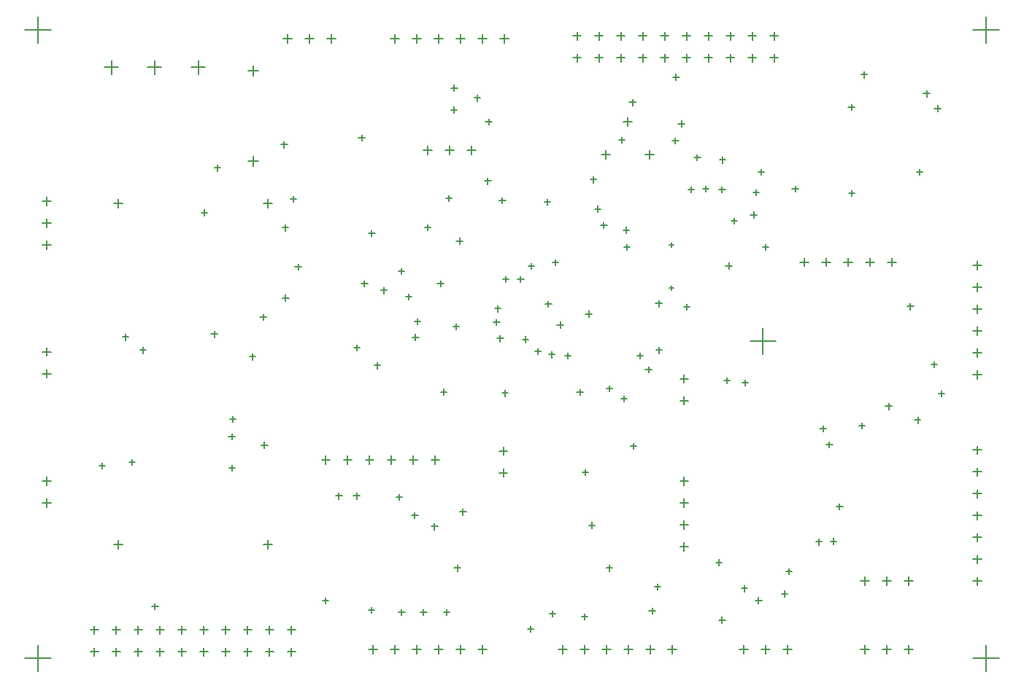
<source format=gbr>
G04 Layer_Color=128*
%FSLAX23Y23*%
%MOIN*%
%TF.FileFunction,Drillmap*%
%TF.Part,Single*%
G01*
G75*
%ADD93C,0.005*%
D93*
X4547Y1575D02*
X4587D01*
X4567Y1555D02*
Y1594D01*
X4447Y1575D02*
X4487D01*
X4467Y1555D02*
Y1594D01*
X4347Y1575D02*
X4387D01*
X4367Y1555D02*
Y1594D01*
X1683Y1664D02*
X1718D01*
X1700Y1646D02*
Y1682D01*
X1683Y1564D02*
X1718D01*
X1700Y1546D02*
Y1582D01*
X1783Y1664D02*
X1818D01*
X1800Y1646D02*
Y1682D01*
X1783Y1564D02*
X1818D01*
X1800Y1546D02*
Y1582D01*
X2283Y1664D02*
X2318D01*
X2300Y1646D02*
Y1682D01*
X2283Y1564D02*
X2318D01*
X2300Y1546D02*
Y1582D01*
X2183Y1664D02*
X2218D01*
X2200Y1646D02*
Y1682D01*
X2183Y1564D02*
X2218D01*
X2200Y1546D02*
Y1582D01*
X2083Y1664D02*
X2118D01*
X2100Y1646D02*
Y1682D01*
X2083Y1564D02*
X2118D01*
X2100Y1546D02*
Y1582D01*
X1983Y1664D02*
X2018D01*
X2000Y1646D02*
Y1682D01*
X1983Y1564D02*
X2018D01*
X2000Y1546D02*
Y1582D01*
X1883Y1664D02*
X1918D01*
X1900Y1646D02*
Y1682D01*
X1883Y1564D02*
X1918D01*
X1900Y1546D02*
Y1582D01*
X1583Y1564D02*
X1618D01*
X1600Y1546D02*
Y1582D01*
X1583Y1664D02*
X1618D01*
X1600Y1646D02*
Y1682D01*
X1483Y1564D02*
X1518D01*
X1500Y1546D02*
Y1582D01*
X1483Y1664D02*
X1518D01*
X1500Y1646D02*
Y1682D01*
X1383Y1564D02*
X1418D01*
X1400Y1546D02*
Y1582D01*
X1383Y1664D02*
X1418D01*
X1400Y1646D02*
Y1682D01*
X4395Y2985D02*
X4513D01*
X4454Y2926D02*
Y3044D01*
X5413Y4409D02*
X5531D01*
X5472Y4350D02*
Y4469D01*
X5413Y1535D02*
X5531D01*
X5472Y1476D02*
Y1594D01*
X1083Y1535D02*
X1201D01*
X1142Y1476D02*
Y1594D01*
X1083Y4409D02*
X1201D01*
X1142Y4350D02*
Y4469D01*
X2102Y3810D02*
X2150D01*
X2126Y3786D02*
Y3833D01*
X2102Y4222D02*
X2150D01*
X2126Y4198D02*
Y4245D01*
X1161Y2246D02*
X1201D01*
X1181Y2226D02*
Y2265D01*
X1161Y2346D02*
X1201D01*
X1181Y2326D02*
Y2365D01*
X1161Y2836D02*
X1201D01*
X1181Y2817D02*
Y2856D01*
X1161Y2936D02*
X1201D01*
X1181Y2917D02*
Y2956D01*
X1161Y3425D02*
X1201D01*
X1181Y3406D02*
Y3445D01*
X1161Y3525D02*
X1201D01*
X1181Y3506D02*
Y3545D01*
X1161Y3625D02*
X1201D01*
X1181Y3606D02*
Y3645D01*
X2171Y3615D02*
X2211D01*
X2191Y3595D02*
Y3635D01*
X1490Y3615D02*
X1530D01*
X1510Y3595D02*
Y3635D01*
X2171Y2054D02*
X2211D01*
X2191Y2034D02*
Y2074D01*
X1490Y2054D02*
X1530D01*
X1510Y2034D02*
Y2074D01*
X2901Y3860D02*
X2941D01*
X2921Y3840D02*
Y3880D01*
X3001Y3860D02*
X3041D01*
X3021Y3840D02*
Y3880D01*
X3101Y3860D02*
X3141D01*
X3121Y3840D02*
Y3880D01*
X3520Y1575D02*
X3560D01*
X3540Y1555D02*
Y1594D01*
X3620Y1575D02*
X3660D01*
X3640Y1555D02*
Y1594D01*
X3720Y1575D02*
X3760D01*
X3740Y1555D02*
Y1594D01*
X3820Y1575D02*
X3860D01*
X3840Y1555D02*
Y1594D01*
X3920Y1575D02*
X3960D01*
X3940Y1555D02*
Y1594D01*
X4020Y1575D02*
X4060D01*
X4040Y1555D02*
Y1594D01*
X2654Y1575D02*
X2694D01*
X2674Y1555D02*
Y1594D01*
X2754Y1575D02*
X2794D01*
X2774Y1555D02*
Y1594D01*
X2854Y1575D02*
X2894D01*
X2874Y1555D02*
Y1594D01*
X2954Y1575D02*
X2994D01*
X2974Y1555D02*
Y1594D01*
X3054Y1575D02*
X3094D01*
X3074Y1555D02*
Y1594D01*
X3154Y1575D02*
X3194D01*
X3174Y1555D02*
Y1594D01*
X4623Y3346D02*
X4662D01*
X4643Y3327D02*
Y3366D01*
X4723Y3346D02*
X4762D01*
X4743Y3327D02*
Y3366D01*
X4823Y3346D02*
X4862D01*
X4843Y3327D02*
Y3366D01*
X4923Y3346D02*
X4962D01*
X4943Y3327D02*
Y3366D01*
X5023Y3346D02*
X5062D01*
X5043Y3327D02*
Y3366D01*
X5413Y2831D02*
X5453D01*
X5433Y2812D02*
Y2851D01*
X5413Y2931D02*
X5453D01*
X5433Y2912D02*
Y2951D01*
X5413Y3031D02*
X5453D01*
X5433Y3012D02*
Y3051D01*
X5413Y3131D02*
X5453D01*
X5433Y3112D02*
Y3151D01*
X5413Y3231D02*
X5453D01*
X5433Y3212D02*
Y3251D01*
X5413Y3331D02*
X5453D01*
X5433Y3312D02*
Y3351D01*
X5413Y2387D02*
X5453D01*
X5433Y2367D02*
Y2406D01*
X5413Y2287D02*
X5453D01*
X5433Y2267D02*
Y2306D01*
X5413Y2187D02*
X5453D01*
X5433Y2167D02*
Y2206D01*
X5413Y2087D02*
X5453D01*
X5433Y2067D02*
Y2106D01*
X5413Y1987D02*
X5453D01*
X5433Y1967D02*
Y2006D01*
X5413Y1887D02*
X5453D01*
X5433Y1867D02*
Y1906D01*
X5413Y2487D02*
X5453D01*
X5433Y2467D02*
Y2506D01*
X4187Y4281D02*
X4223D01*
X4205Y4263D02*
Y4298D01*
X4187Y4381D02*
X4223D01*
X4205Y4363D02*
Y4398D01*
X4087Y4281D02*
X4123D01*
X4105Y4263D02*
Y4298D01*
X4087Y4381D02*
X4123D01*
X4105Y4363D02*
Y4398D01*
X3587Y4281D02*
X3623D01*
X3605Y4263D02*
Y4298D01*
X3587Y4381D02*
X3623D01*
X3605Y4363D02*
Y4398D01*
X3687Y4281D02*
X3723D01*
X3705Y4263D02*
Y4298D01*
X3687Y4381D02*
X3723D01*
X3705Y4363D02*
Y4398D01*
X3787Y4281D02*
X3823D01*
X3805Y4263D02*
Y4298D01*
X3787Y4381D02*
X3823D01*
X3805Y4363D02*
Y4398D01*
X3887Y4281D02*
X3923D01*
X3905Y4263D02*
Y4298D01*
X3887Y4381D02*
X3923D01*
X3905Y4363D02*
Y4398D01*
X3987Y4281D02*
X4023D01*
X4005Y4263D02*
Y4298D01*
X3987Y4381D02*
X4023D01*
X4005Y4363D02*
Y4398D01*
X4287Y4381D02*
X4323D01*
X4305Y4363D02*
Y4398D01*
X4287Y4281D02*
X4323D01*
X4305Y4263D02*
Y4298D01*
X4387Y4381D02*
X4423D01*
X4405Y4363D02*
Y4398D01*
X4387Y4281D02*
X4423D01*
X4405Y4263D02*
Y4298D01*
X4487Y4381D02*
X4523D01*
X4505Y4363D02*
Y4398D01*
X4487Y4281D02*
X4523D01*
X4505Y4263D02*
Y4298D01*
X3717Y3837D02*
X3756D01*
X3737Y3818D02*
Y3857D01*
X3817Y3987D02*
X3856D01*
X3837Y3968D02*
Y4007D01*
X3917Y3837D02*
X3956D01*
X3937Y3818D02*
Y3857D01*
X3251Y4370D02*
X3291D01*
X3271Y4350D02*
Y4390D01*
X3151Y4370D02*
X3191D01*
X3171Y4350D02*
Y4390D01*
X3051Y4370D02*
X3091D01*
X3071Y4350D02*
Y4390D01*
X2951Y4370D02*
X2991D01*
X2971Y4350D02*
Y4390D01*
X2851Y4370D02*
X2891D01*
X2871Y4350D02*
Y4390D01*
X2751Y4370D02*
X2791D01*
X2771Y4350D02*
Y4390D01*
X2264Y4370D02*
X2303D01*
X2283Y4350D02*
Y4390D01*
X2364Y4370D02*
X2403D01*
X2383Y4350D02*
Y4390D01*
X2464Y4370D02*
X2503D01*
X2483Y4350D02*
Y4390D01*
X1644Y4238D02*
X1707D01*
X1675Y4206D02*
Y4269D01*
X1844Y4238D02*
X1907D01*
X1875Y4206D02*
Y4269D01*
X1447Y4238D02*
X1510D01*
X1478Y4206D02*
Y4269D01*
X3248Y2383D02*
X3287D01*
X3268Y2364D02*
Y2403D01*
X3248Y2483D02*
X3287D01*
X3268Y2464D02*
Y2503D01*
X4026Y3228D02*
X4045D01*
X4035Y3219D02*
Y3238D01*
X4026Y3425D02*
X4045D01*
X4035Y3415D02*
Y3435D01*
X2438Y2441D02*
X2477D01*
X2457Y2421D02*
Y2461D01*
X2538Y2441D02*
X2577D01*
X2557Y2421D02*
Y2461D01*
X2638Y2441D02*
X2677D01*
X2657Y2421D02*
Y2461D01*
X2738Y2441D02*
X2777D01*
X2757Y2421D02*
Y2461D01*
X2838Y2441D02*
X2877D01*
X2857Y2421D02*
Y2461D01*
X2938Y2441D02*
X2977D01*
X2957Y2421D02*
Y2461D01*
X4075Y2813D02*
X4114D01*
X4094Y2794D02*
Y2833D01*
X4075Y2713D02*
X4114D01*
X4094Y2694D02*
Y2733D01*
X4075Y2044D02*
X4114D01*
X4094Y2024D02*
Y2064D01*
X4075Y2144D02*
X4114D01*
X4094Y2124D02*
Y2164D01*
X4075Y2244D02*
X4114D01*
X4094Y2224D02*
Y2264D01*
X4075Y2344D02*
X4114D01*
X4094Y2324D02*
Y2364D01*
X5098Y1575D02*
X5138D01*
X5118Y1555D02*
Y1594D01*
X4998Y1575D02*
X5038D01*
X5018Y1555D02*
Y1594D01*
X4898Y1575D02*
X4938D01*
X4918Y1555D02*
Y1594D01*
X5098Y1890D02*
X5138D01*
X5118Y1870D02*
Y1909D01*
X4998Y1890D02*
X5038D01*
X5018Y1870D02*
Y1909D01*
X4898Y1890D02*
X4938D01*
X4918Y1870D02*
Y1909D01*
X3262Y2747D02*
X3290D01*
X3276Y2733D02*
Y2761D01*
X4284Y3330D02*
X4312D01*
X4298Y3316D02*
Y3344D01*
X3848Y2506D02*
X3876D01*
X3862Y2492D02*
Y2520D01*
X2996Y1746D02*
X3024D01*
X3010Y1732D02*
Y1760D01*
X3229Y3134D02*
X3257D01*
X3243Y3120D02*
Y3148D01*
X4431Y3759D02*
X4459D01*
X4445Y3745D02*
Y3773D01*
X2586Y2956D02*
X2614D01*
X2600Y2942D02*
Y2970D01*
X1528Y3004D02*
X1556D01*
X1542Y2990D02*
Y3018D01*
X5014Y2687D02*
X5042D01*
X5028Y2673D02*
Y2701D01*
X5147Y2624D02*
X5174D01*
X5161Y2609D02*
Y2638D01*
X5255Y2746D02*
X5283D01*
X5269Y2732D02*
Y2760D01*
X5221Y2878D02*
X5249D01*
X5235Y2864D02*
Y2892D01*
X3965Y2944D02*
X3993D01*
X3979Y2930D02*
Y2958D01*
X5113Y3144D02*
X5141D01*
X5127Y3130D02*
Y3158D01*
X4358Y2796D02*
X4386D01*
X4372Y2782D02*
Y2810D01*
X4275Y2806D02*
X4303D01*
X4289Y2792D02*
Y2820D01*
X3070Y2204D02*
X3098D01*
X3084Y2190D02*
Y2218D01*
X2441Y1798D02*
X2469D01*
X2455Y1784D02*
Y1812D01*
X3549Y2919D02*
X3577D01*
X3563Y2905D02*
Y2933D01*
X3934Y1751D02*
X3962D01*
X3948Y1737D02*
Y1765D01*
X3958Y1861D02*
X3986D01*
X3972Y1847D02*
Y1875D01*
X3038Y3051D02*
X3066D01*
X3052Y3037D02*
Y3065D01*
X2853Y3003D02*
X2881D01*
X2867Y2989D02*
Y3017D01*
X2108Y2914D02*
X2136D01*
X2122Y2900D02*
Y2928D01*
X3658Y2143D02*
X3686D01*
X3672Y2129D02*
Y2157D01*
X3625Y1726D02*
X3653D01*
X3639Y1712D02*
Y1740D01*
X3479Y1738D02*
X3507D01*
X3493Y1724D02*
Y1752D01*
X3379Y1669D02*
X3407D01*
X3393Y1655D02*
Y1683D01*
X1889Y3573D02*
X1917D01*
X1903Y3559D02*
Y3587D01*
X1421Y2416D02*
X1449D01*
X1435Y2402D02*
Y2430D01*
X4539Y1830D02*
X4567D01*
X4553Y1816D02*
Y1844D01*
X4253Y1710D02*
X4281D01*
X4267Y1696D02*
Y1724D01*
X3030Y4143D02*
X3058D01*
X3044Y4129D02*
Y4157D01*
X3028Y4043D02*
X3056D01*
X3042Y4029D02*
Y4057D01*
X3135Y4097D02*
X3163D01*
X3149Y4083D02*
Y4111D01*
X2967Y3249D02*
X2995D01*
X2981Y3235D02*
Y3263D01*
X3917Y2855D02*
X3945D01*
X3931Y2841D02*
Y2869D01*
X3879Y2919D02*
X3907D01*
X3893Y2905D02*
Y2933D01*
X3456Y3622D02*
X3484D01*
X3470Y3608D02*
Y3636D01*
X2709Y3217D02*
X2737D01*
X2723Y3203D02*
Y3231D01*
X2821Y3188D02*
X2849D01*
X2835Y3174D02*
Y3202D01*
X4238Y1973D02*
X4266D01*
X4252Y1959D02*
Y1987D01*
X4558Y1932D02*
X4586D01*
X4572Y1918D02*
Y1946D01*
X4892Y2598D02*
X4920D01*
X4906Y2584D02*
Y2612D01*
X4356Y1854D02*
X4384D01*
X4370Y1840D02*
Y1868D01*
X4420Y1800D02*
X4448D01*
X4434Y1786D02*
Y1814D01*
X4790Y2229D02*
X4818D01*
X4804Y2215D02*
Y2243D01*
X4743Y2511D02*
X4771D01*
X4757Y2497D02*
Y2525D01*
X4714Y2585D02*
X4742D01*
X4728Y2571D02*
Y2599D01*
X2584Y2277D02*
X2612D01*
X2598Y2263D02*
Y2291D01*
X2503Y2277D02*
X2531D01*
X2517Y2263D02*
Y2291D01*
X1948Y3777D02*
X1976D01*
X1962Y3763D02*
Y3791D01*
X1608Y2944D02*
X1636D01*
X1622Y2930D02*
Y2958D01*
X3054Y3443D02*
X3082D01*
X3068Y3429D02*
Y3457D01*
X3739Y2768D02*
X3767D01*
X3753Y2754D02*
Y2782D01*
X3805Y2722D02*
X3833D01*
X3819Y2708D02*
Y2736D01*
X2940Y2137D02*
X2968D01*
X2954Y2123D02*
Y2151D01*
X2652Y1756D02*
X2680D01*
X2666Y1742D02*
Y1770D01*
X2790Y1746D02*
X2818D01*
X2804Y1732D02*
Y1760D01*
X3476Y2924D02*
X3504D01*
X3490Y2910D02*
Y2938D01*
X2890Y1745D02*
X2918D01*
X2904Y1731D02*
Y1759D01*
X2607Y3916D02*
X2635D01*
X2621Y3902D02*
Y3930D01*
X3738Y1947D02*
X3766D01*
X3752Y1933D02*
Y1961D01*
X3044Y1947D02*
X3072D01*
X3058Y1933D02*
Y1961D01*
X2620Y3248D02*
X2648D01*
X2634Y3234D02*
Y3262D01*
X2679Y2874D02*
X2707D01*
X2693Y2860D02*
Y2888D01*
X3629Y2386D02*
X3657D01*
X3643Y2372D02*
Y2400D01*
X3411Y2938D02*
X3439D01*
X3425Y2924D02*
Y2952D01*
X3644Y3110D02*
X3672D01*
X3658Y3096D02*
Y3124D01*
X3223Y3071D02*
X3251D01*
X3237Y3057D02*
Y3085D01*
X4761Y2070D02*
X4789D01*
X4775Y2056D02*
Y2084D01*
X4695Y2067D02*
X4723D01*
X4709Y2053D02*
Y2081D01*
X4846Y3661D02*
X4874D01*
X4860Y3647D02*
Y3675D01*
X4844Y4055D02*
X4872D01*
X4858Y4041D02*
Y4069D01*
X1559Y2431D02*
X1587D01*
X1573Y2417D02*
Y2445D01*
X2861Y3075D02*
X2889D01*
X2875Y3061D02*
Y3089D01*
X3796Y3906D02*
X3824D01*
X3810Y3892D02*
Y3920D01*
X4040Y3902D02*
X4068D01*
X4054Y3888D02*
Y3916D01*
X4067Y3980D02*
X4095D01*
X4081Y3966D02*
Y3994D01*
X4112Y3678D02*
X4140D01*
X4126Y3664D02*
Y3692D01*
X4043Y4193D02*
X4071D01*
X4057Y4179D02*
Y4207D01*
X3250Y3628D02*
X3278D01*
X3264Y3614D02*
Y3642D01*
X3006Y3638D02*
X3034D01*
X3020Y3624D02*
Y3652D01*
X3183Y3717D02*
X3211D01*
X3197Y3703D02*
Y3731D01*
X2295Y3636D02*
X2323D01*
X2309Y3622D02*
Y3650D01*
X2253Y3884D02*
X2281D01*
X2267Y3870D02*
Y3898D01*
X3187Y3988D02*
X3215D01*
X3201Y3974D02*
Y4002D01*
X3844Y4077D02*
X3872D01*
X3858Y4063D02*
Y4091D01*
X4140Y3826D02*
X4168D01*
X4154Y3812D02*
Y3840D01*
X4178Y3681D02*
X4206D01*
X4192Y3667D02*
Y3695D01*
X4256Y3814D02*
X4284D01*
X4270Y3800D02*
Y3828D01*
X4253Y3678D02*
X4281D01*
X4267Y3664D02*
Y3692D01*
X3491Y3346D02*
X3519D01*
X3505Y3332D02*
Y3360D01*
X3964Y3157D02*
X3992D01*
X3978Y3143D02*
Y3171D01*
X4091Y3141D02*
X4119D01*
X4105Y3127D02*
Y3155D01*
X3460Y3156D02*
X3488D01*
X3474Y3142D02*
Y3170D01*
X3514Y3060D02*
X3542D01*
X3528Y3046D02*
Y3074D01*
X3604Y2751D02*
X3632D01*
X3618Y2737D02*
Y2765D01*
X3666Y3724D02*
X3694D01*
X3680Y3710D02*
Y3738D01*
X3818Y3415D02*
X3846D01*
X3832Y3401D02*
Y3429D01*
X3816Y3493D02*
X3844D01*
X3830Y3479D02*
Y3507D01*
X5236Y4050D02*
X5265D01*
X5251Y4036D02*
Y4064D01*
X5187Y4117D02*
X5215D01*
X5201Y4103D02*
Y4131D01*
X5155Y3758D02*
X5183D01*
X5169Y3744D02*
Y3772D01*
X4902Y4204D02*
X4930D01*
X4916Y4190D02*
Y4218D01*
X4451Y3415D02*
X4479D01*
X4465Y3401D02*
Y3429D01*
X4309Y3536D02*
X4337D01*
X4323Y3522D02*
Y3550D01*
X3713Y3516D02*
X3741D01*
X3727Y3502D02*
Y3530D01*
X4409Y3665D02*
X4437D01*
X4423Y3651D02*
Y3679D01*
X3686Y3590D02*
X3714D01*
X3700Y3576D02*
Y3604D01*
X4397Y3563D02*
X4425D01*
X4411Y3549D02*
Y3577D01*
X4587Y3681D02*
X4615D01*
X4601Y3667D02*
Y3695D01*
X1663Y1771D02*
X1691D01*
X1677Y1757D02*
Y1785D01*
X3382Y3328D02*
X3410D01*
X3396Y3314D02*
Y3342D01*
X3333Y3268D02*
X3361D01*
X3347Y3254D02*
Y3282D01*
X3266Y3269D02*
X3294D01*
X3280Y3255D02*
Y3283D01*
X2789Y3305D02*
X2817D01*
X2803Y3291D02*
Y3319D01*
X2016Y2406D02*
X2044D01*
X2030Y2392D02*
Y2420D01*
X1934Y3017D02*
X1962D01*
X1948Y3003D02*
Y3031D01*
X2014Y2549D02*
X2042D01*
X2028Y2535D02*
Y2563D01*
X2019Y2628D02*
X2047D01*
X2033Y2614D02*
Y2642D01*
X2850Y2189D02*
X2878D01*
X2864Y2175D02*
Y2203D01*
X3356Y2993D02*
X3384D01*
X3370Y2979D02*
Y3007D01*
X3240Y2997D02*
X3268D01*
X3254Y2983D02*
Y3011D01*
X2981Y2753D02*
X3009D01*
X2995Y2739D02*
Y2767D01*
X2653Y3478D02*
X2681D01*
X2667Y3464D02*
Y3492D01*
X2163Y2510D02*
X2191D01*
X2177Y2496D02*
Y2524D01*
X2908Y3505D02*
X2936D01*
X2922Y3491D02*
Y3519D01*
X2258Y3504D02*
X2286D01*
X2272Y3490D02*
Y3518D01*
X2317Y3326D02*
X2345D01*
X2331Y3312D02*
Y3340D01*
X2260Y3183D02*
X2288D01*
X2274Y3169D02*
Y3197D01*
X2157Y3096D02*
X2185D01*
X2171Y3082D02*
Y3110D01*
X2779Y2272D02*
X2807D01*
X2793Y2258D02*
Y2286D01*
%TF.MD5,0B672245DF46260D8EDEF1D7625C77EC*%
M02*

</source>
